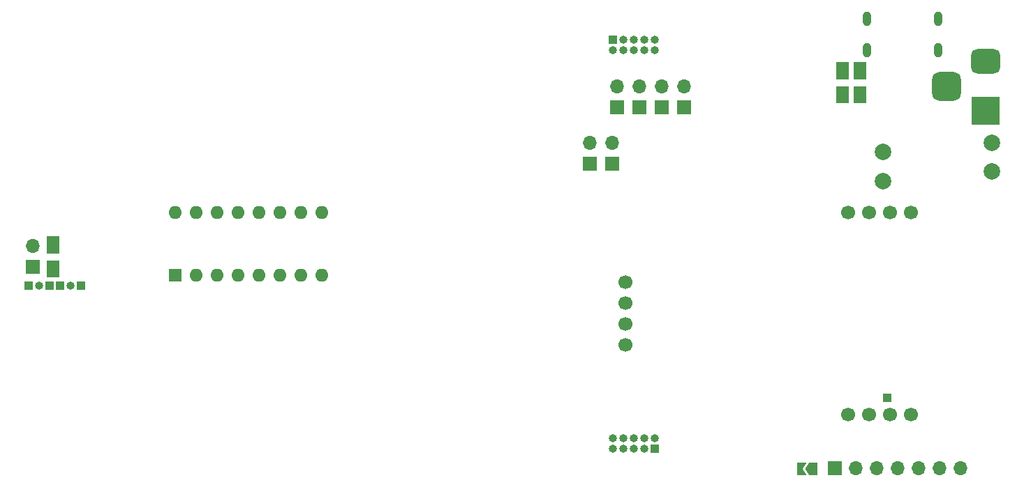
<source format=gbs>
G04 #@! TF.GenerationSoftware,KiCad,Pcbnew,(6.0.5-0)*
G04 #@! TF.CreationDate,2023-01-16T15:52:05+09:00*
G04 #@! TF.ProjectId,qLAMP-main,714c414d-502d-46d6-9169-6e2e6b696361,rev?*
G04 #@! TF.SameCoordinates,Original*
G04 #@! TF.FileFunction,Soldermask,Bot*
G04 #@! TF.FilePolarity,Negative*
%FSLAX46Y46*%
G04 Gerber Fmt 4.6, Leading zero omitted, Abs format (unit mm)*
G04 Created by KiCad (PCBNEW (6.0.5-0)) date 2023-01-16 15:52:05*
%MOMM*%
%LPD*%
G01*
G04 APERTURE LIST*
G04 Aperture macros list*
%AMRoundRect*
0 Rectangle with rounded corners*
0 $1 Rounding radius*
0 $2 $3 $4 $5 $6 $7 $8 $9 X,Y pos of 4 corners*
0 Add a 4 corners polygon primitive as box body*
4,1,4,$2,$3,$4,$5,$6,$7,$8,$9,$2,$3,0*
0 Add four circle primitives for the rounded corners*
1,1,$1+$1,$2,$3*
1,1,$1+$1,$4,$5*
1,1,$1+$1,$6,$7*
1,1,$1+$1,$8,$9*
0 Add four rect primitives between the rounded corners*
20,1,$1+$1,$2,$3,$4,$5,0*
20,1,$1+$1,$4,$5,$6,$7,0*
20,1,$1+$1,$6,$7,$8,$9,0*
20,1,$1+$1,$8,$9,$2,$3,0*%
%AMFreePoly0*
4,1,6,1.000000,0.000000,0.500000,-0.750000,-0.500000,-0.750000,-0.500000,0.750000,0.500000,0.750000,1.000000,0.000000,1.000000,0.000000,$1*%
%AMFreePoly1*
4,1,6,0.500000,-0.750000,-0.650000,-0.750000,-0.150000,0.000000,-0.650000,0.750000,0.500000,0.750000,0.500000,-0.750000,0.500000,-0.750000,$1*%
G04 Aperture macros list end*
%ADD10R,1.000000X1.000000*%
%ADD11C,2.000000*%
%ADD12R,1.700000X1.700000*%
%ADD13O,1.700000X1.700000*%
%ADD14R,3.500000X3.500000*%
%ADD15RoundRect,0.750000X-1.000000X0.750000X-1.000000X-0.750000X1.000000X-0.750000X1.000000X0.750000X0*%
%ADD16RoundRect,0.875000X-0.875000X0.875000X-0.875000X-0.875000X0.875000X-0.875000X0.875000X0.875000X0*%
%ADD17O,1.000000X1.800000*%
%ADD18O,1.000000X1.000000*%
%ADD19C,1.700000*%
%ADD20R,1.600000X1.600000*%
%ADD21O,1.600000X1.600000*%
%ADD22R,1.500000X1.500000*%
%ADD23FreePoly0,270.000000*%
%ADD24FreePoly0,90.000000*%
%ADD25FreePoly0,180.000000*%
%ADD26FreePoly1,180.000000*%
G04 APERTURE END LIST*
D10*
X192375993Y-120700013D03*
D11*
X205069999Y-89680009D03*
X205069999Y-93180009D03*
X191850010Y-90799996D03*
X191850010Y-94299996D03*
D12*
X156300000Y-92185000D03*
D13*
X156300000Y-89645000D03*
D12*
X167780001Y-85360000D03*
D13*
X167780001Y-82820000D03*
D12*
X159590000Y-85360000D03*
D13*
X159590000Y-82820000D03*
D12*
X162320022Y-85360001D03*
D13*
X162320022Y-82820001D03*
D12*
X165050009Y-85360000D03*
D13*
X165050009Y-82820000D03*
D12*
X159030010Y-92185007D03*
D13*
X159030010Y-89645007D03*
D14*
X204295781Y-85809811D03*
D15*
X204295781Y-79809811D03*
D16*
X199595781Y-82809811D03*
D17*
X198608290Y-78419782D03*
X198608290Y-74619782D03*
X189968290Y-78419782D03*
X189968290Y-74619782D03*
D10*
X164221000Y-126813000D03*
D18*
X164221000Y-125543000D03*
X162951000Y-126813000D03*
X162951000Y-125543000D03*
X161681000Y-126813000D03*
X161681000Y-125543000D03*
X160411000Y-126813000D03*
X160411000Y-125543000D03*
X159141000Y-126813000D03*
X159141000Y-125543000D03*
D19*
X187611012Y-98175017D03*
X190151012Y-98175017D03*
X192691012Y-98175017D03*
X195231012Y-98175017D03*
X187611012Y-122675017D03*
X190151012Y-122675017D03*
X192691012Y-122675017D03*
X195231012Y-122675017D03*
X160611012Y-106615017D03*
X160611012Y-109155017D03*
X160611012Y-111695017D03*
X160611012Y-114235017D03*
D12*
X186001000Y-129199996D03*
D13*
X188541000Y-129199996D03*
X191081000Y-129199996D03*
X193621000Y-129199996D03*
X196161000Y-129199996D03*
X198701000Y-129199996D03*
X201241000Y-129199996D03*
D10*
X159141000Y-77187000D03*
D18*
X159141000Y-78457000D03*
X160411000Y-77187000D03*
X160411000Y-78457000D03*
X161681000Y-77187000D03*
X161681000Y-78457000D03*
X162951000Y-77187000D03*
X162951000Y-78457000D03*
X164221000Y-77187000D03*
X164221000Y-78457000D03*
D20*
X106029989Y-105809999D03*
D21*
X108569989Y-105809999D03*
X111109989Y-105809999D03*
X113649989Y-105809999D03*
X116189989Y-105809999D03*
X118729989Y-105809999D03*
X121269989Y-105809999D03*
X123809989Y-105809999D03*
X123809989Y-98189999D03*
X121269989Y-98189999D03*
X118729989Y-98189999D03*
X116189989Y-98189999D03*
X113649989Y-98189999D03*
X111109989Y-98189999D03*
X108569989Y-98189999D03*
X106029989Y-98189999D03*
D12*
X88719990Y-104785008D03*
D13*
X88719990Y-102245008D03*
D10*
X88240000Y-107050000D03*
X94590006Y-107050002D03*
D22*
X91240013Y-104755994D03*
X91240013Y-102355994D03*
D23*
X91240013Y-101555994D03*
D24*
X91240013Y-105555994D03*
D25*
X183415000Y-129350000D03*
D26*
X181965000Y-129350000D03*
D22*
X186957487Y-81190005D03*
X186957487Y-83590005D03*
D24*
X186957487Y-84390005D03*
D23*
X186957487Y-80390005D03*
D10*
X90780000Y-107050000D03*
D18*
X89510000Y-107050000D03*
D10*
X92050000Y-107050000D03*
D18*
X93320000Y-107050000D03*
D22*
X189100003Y-83590005D03*
X189100003Y-81190005D03*
D24*
X189100003Y-84390005D03*
D23*
X189100003Y-80390005D03*
M02*

</source>
